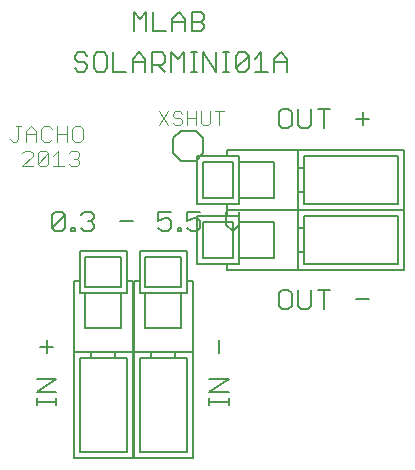
<source format=gbr>
G75*
G70*
%OFA0B0*%
%FSLAX24Y24*%
%IPPOS*%
%LPD*%
%AMOC8*
5,1,8,0,0,1.08239X$1,22.5*
%
%ADD10C,0.0060*%
%ADD11C,0.0040*%
%ADD12C,0.0050*%
D10*
X004148Y005116D02*
X004148Y005330D01*
X004148Y005223D02*
X004789Y005223D01*
X004789Y005116D02*
X004789Y005330D01*
X004789Y005546D02*
X004148Y005546D01*
X004789Y005973D01*
X004148Y005973D01*
X004468Y006835D02*
X004468Y007262D01*
X004255Y007049D02*
X004682Y007049D01*
X004758Y010904D02*
X004652Y011010D01*
X005079Y011437D01*
X005079Y011010D01*
X004972Y010904D01*
X004758Y010904D01*
X004652Y011010D02*
X004652Y011437D01*
X004758Y011544D01*
X004972Y011544D01*
X005079Y011437D01*
X005296Y011010D02*
X005403Y011010D01*
X005403Y010904D01*
X005296Y010904D01*
X005296Y011010D01*
X005618Y011010D02*
X005725Y010904D01*
X005939Y010904D01*
X006046Y011010D01*
X006046Y011117D01*
X005939Y011224D01*
X005832Y011224D01*
X005939Y011224D02*
X006046Y011331D01*
X006046Y011437D01*
X005939Y011544D01*
X005725Y011544D01*
X005618Y011437D01*
X006908Y011224D02*
X007335Y011224D01*
X008197Y011224D02*
X008410Y011331D01*
X008517Y011331D01*
X008624Y011224D01*
X008624Y011010D01*
X008517Y010904D01*
X008303Y010904D01*
X008197Y011010D01*
X008197Y011224D02*
X008197Y011544D01*
X008624Y011544D01*
X008841Y011010D02*
X008948Y011010D01*
X008948Y010904D01*
X008841Y010904D01*
X008841Y011010D01*
X009164Y011010D02*
X009270Y010904D01*
X009484Y010904D01*
X009591Y011010D01*
X009591Y011224D01*
X009484Y011331D01*
X009377Y011331D01*
X009164Y011224D01*
X009164Y011544D01*
X009591Y011544D01*
X010453Y011544D02*
X010453Y011117D01*
X010666Y010904D01*
X010880Y011117D01*
X010880Y011544D01*
X009439Y013248D02*
X008939Y013248D01*
X008689Y013498D01*
X008689Y013998D01*
X008939Y014248D01*
X009439Y014248D01*
X009689Y013998D01*
X009689Y013498D01*
X009439Y013248D01*
X009480Y016219D02*
X009267Y016219D01*
X009374Y016219D02*
X009374Y016859D01*
X009480Y016859D02*
X009267Y016859D01*
X009049Y016859D02*
X009049Y016219D01*
X008622Y016219D02*
X008622Y016859D01*
X008836Y016646D01*
X009049Y016859D01*
X009697Y016859D02*
X009697Y016219D01*
X010124Y016219D02*
X010124Y016859D01*
X010341Y016859D02*
X010555Y016859D01*
X010448Y016859D02*
X010448Y016219D01*
X010341Y016219D02*
X010555Y016219D01*
X010771Y016325D02*
X011198Y016752D01*
X011198Y016325D01*
X011091Y016219D01*
X010878Y016219D01*
X010771Y016325D01*
X010771Y016752D01*
X010878Y016859D01*
X011091Y016859D01*
X011198Y016752D01*
X011415Y016646D02*
X011629Y016859D01*
X011629Y016219D01*
X011415Y016219D02*
X011843Y016219D01*
X012060Y016219D02*
X012060Y016646D01*
X012274Y016859D01*
X012487Y016646D01*
X012487Y016219D01*
X012487Y016539D02*
X012060Y016539D01*
X012317Y014969D02*
X012211Y014863D01*
X012211Y014436D01*
X012317Y014329D01*
X012531Y014329D01*
X012638Y014436D01*
X012638Y014863D01*
X012531Y014969D01*
X012317Y014969D01*
X012855Y014969D02*
X012855Y014436D01*
X012962Y014329D01*
X013176Y014329D01*
X013282Y014436D01*
X013282Y014969D01*
X013500Y014969D02*
X013927Y014969D01*
X013713Y014969D02*
X013713Y014329D01*
X014789Y014649D02*
X015216Y014649D01*
X015002Y014436D02*
X015002Y014863D01*
X010124Y016219D02*
X009697Y016859D01*
X009622Y017557D02*
X009302Y017557D01*
X009302Y018198D01*
X009622Y018198D01*
X009729Y018091D01*
X009729Y017984D01*
X009622Y017877D01*
X009302Y017877D01*
X009084Y017877D02*
X008657Y017877D01*
X008657Y017984D02*
X008871Y018198D01*
X009084Y017984D01*
X009084Y017557D01*
X008657Y017557D02*
X008657Y017984D01*
X008440Y017557D02*
X008013Y017557D01*
X008013Y018198D01*
X007795Y018198D02*
X007795Y017557D01*
X007582Y017984D02*
X007795Y018198D01*
X007582Y017984D02*
X007368Y018198D01*
X007368Y017557D01*
X007547Y016859D02*
X007760Y016646D01*
X007760Y016219D01*
X007978Y016219D02*
X007978Y016859D01*
X008298Y016859D01*
X008405Y016752D01*
X008405Y016539D01*
X008298Y016432D01*
X007978Y016432D01*
X008191Y016432D02*
X008405Y016219D01*
X007760Y016539D02*
X007333Y016539D01*
X007333Y016646D02*
X007547Y016859D01*
X007333Y016646D02*
X007333Y016219D01*
X007116Y016219D02*
X006689Y016219D01*
X006689Y016859D01*
X006471Y016752D02*
X006471Y016325D01*
X006365Y016219D01*
X006151Y016219D01*
X006044Y016325D01*
X006044Y016752D01*
X006151Y016859D01*
X006365Y016859D01*
X006471Y016752D01*
X005827Y016752D02*
X005720Y016859D01*
X005506Y016859D01*
X005400Y016752D01*
X005400Y016646D01*
X005506Y016539D01*
X005720Y016539D01*
X005827Y016432D01*
X005827Y016325D01*
X005720Y016219D01*
X005506Y016219D01*
X005400Y016325D01*
X009622Y017557D02*
X009729Y017664D01*
X009729Y017771D01*
X009622Y017877D01*
X012317Y008946D02*
X012211Y008839D01*
X012211Y008412D01*
X012317Y008305D01*
X012531Y008305D01*
X012638Y008412D01*
X012638Y008839D01*
X012531Y008946D01*
X012317Y008946D01*
X012855Y008946D02*
X012855Y008412D01*
X012962Y008305D01*
X013176Y008305D01*
X013282Y008412D01*
X013282Y008946D01*
X013500Y008946D02*
X013927Y008946D01*
X013713Y008946D02*
X013713Y008305D01*
X014789Y008625D02*
X015216Y008625D01*
X010537Y005973D02*
X009896Y005973D01*
X009896Y005546D02*
X010537Y005973D01*
X010537Y005546D02*
X009896Y005546D01*
X009896Y005330D02*
X009896Y005116D01*
X009896Y005223D02*
X010537Y005223D01*
X010537Y005116D02*
X010537Y005330D01*
X010216Y006835D02*
X010216Y007262D01*
D11*
X005465Y013059D02*
X005291Y013059D01*
X005204Y013146D01*
X005036Y013059D02*
X004689Y013059D01*
X004862Y013059D02*
X004862Y013579D01*
X004689Y013406D01*
X004520Y013493D02*
X004173Y013146D01*
X004260Y013059D01*
X004433Y013059D01*
X004520Y013146D01*
X004520Y013493D01*
X004433Y013579D01*
X004260Y013579D01*
X004173Y013493D01*
X004173Y013146D01*
X004004Y013059D02*
X003657Y013059D01*
X004004Y013406D01*
X004004Y013493D01*
X003918Y013579D01*
X003744Y013579D01*
X003657Y013493D01*
X003779Y013886D02*
X003779Y014233D01*
X003953Y014406D01*
X004126Y014233D01*
X004126Y013886D01*
X004295Y013972D02*
X004382Y013886D01*
X004555Y013886D01*
X004642Y013972D01*
X004811Y013886D02*
X004811Y014406D01*
X004642Y014319D02*
X004555Y014406D01*
X004382Y014406D01*
X004295Y014319D01*
X004295Y013972D01*
X004126Y014146D02*
X003779Y014146D01*
X003524Y013972D02*
X003524Y014406D01*
X003437Y014406D02*
X003611Y014406D01*
X003524Y013972D02*
X003437Y013886D01*
X003350Y013886D01*
X003264Y013972D01*
X004811Y014146D02*
X005158Y014146D01*
X005326Y014319D02*
X005326Y013972D01*
X005413Y013886D01*
X005586Y013886D01*
X005673Y013972D01*
X005673Y014319D01*
X005586Y014406D01*
X005413Y014406D01*
X005326Y014319D01*
X005158Y014406D02*
X005158Y013886D01*
X005291Y013579D02*
X005204Y013493D01*
X005291Y013579D02*
X005465Y013579D01*
X005551Y013493D01*
X005551Y013406D01*
X005465Y013319D01*
X005551Y013232D01*
X005551Y013146D01*
X005465Y013059D01*
X005465Y013319D02*
X005378Y013319D01*
X008224Y014437D02*
X008531Y014897D01*
X008685Y014821D02*
X008685Y014744D01*
X008761Y014667D01*
X008915Y014667D01*
X008992Y014590D01*
X008992Y014514D01*
X008915Y014437D01*
X008761Y014437D01*
X008685Y014514D01*
X008531Y014437D02*
X008224Y014897D01*
X008685Y014821D02*
X008761Y014897D01*
X008915Y014897D01*
X008992Y014821D01*
X009145Y014897D02*
X009145Y014437D01*
X009145Y014667D02*
X009452Y014667D01*
X009606Y014514D02*
X009682Y014437D01*
X009836Y014437D01*
X009912Y014514D01*
X009912Y014897D01*
X010066Y014897D02*
X010373Y014897D01*
X010219Y014897D02*
X010219Y014437D01*
X009606Y014514D02*
X009606Y014897D01*
X009452Y014897D02*
X009452Y014437D01*
D12*
X009496Y013393D02*
X010480Y013393D01*
X010480Y013590D01*
X012842Y013590D01*
X016385Y013590D01*
X016385Y011622D01*
X012842Y011622D01*
X012842Y012212D01*
X013039Y012212D01*
X013039Y013000D01*
X012842Y013000D01*
X012842Y012212D01*
X013039Y012212D02*
X013039Y011819D01*
X016189Y011819D01*
X016189Y013393D01*
X013039Y013393D01*
X013039Y013000D01*
X012842Y013000D02*
X012842Y013590D01*
X012055Y013196D02*
X012055Y012015D01*
X010874Y012015D01*
X010874Y011819D01*
X010480Y011819D01*
X010480Y011622D01*
X012842Y011622D01*
X012842Y011590D02*
X016385Y011590D01*
X016385Y009622D01*
X012842Y009622D01*
X012842Y010212D01*
X013039Y010212D01*
X013039Y011000D01*
X012842Y011000D01*
X012842Y010212D01*
X013039Y010212D02*
X013039Y009819D01*
X016189Y009819D01*
X016189Y011393D01*
X013039Y011393D01*
X013039Y011000D01*
X012842Y011000D02*
X012842Y011590D01*
X010480Y011590D01*
X010480Y011393D01*
X010874Y011393D01*
X010874Y011196D01*
X012055Y011196D01*
X012055Y010015D01*
X010874Y010015D01*
X010874Y009819D01*
X010480Y009819D01*
X010480Y009622D01*
X012842Y009622D01*
X010874Y010015D02*
X010874Y011196D01*
X010677Y011196D02*
X010677Y010015D01*
X009693Y010015D01*
X009693Y011196D01*
X010677Y011196D01*
X010480Y011393D02*
X009496Y011393D01*
X009496Y009819D01*
X010480Y009819D01*
X009338Y009244D02*
X009141Y009244D01*
X009141Y008850D01*
X008945Y008850D01*
X008945Y007669D01*
X007763Y007669D01*
X007763Y008850D01*
X007567Y008850D01*
X007567Y009244D01*
X007370Y009244D01*
X007370Y006881D01*
X007370Y003338D01*
X009338Y003338D01*
X009338Y006881D01*
X008748Y006881D01*
X008748Y006685D01*
X009141Y006685D01*
X009141Y003535D01*
X007567Y003535D01*
X007567Y006685D01*
X007960Y006685D01*
X007960Y006881D01*
X007370Y006881D01*
X007338Y006881D02*
X007338Y003338D01*
X005370Y003338D01*
X005370Y006881D01*
X005960Y006881D01*
X005960Y006685D01*
X006748Y006685D01*
X006748Y006881D01*
X005960Y006881D01*
X005960Y006685D02*
X005567Y006685D01*
X005567Y003535D01*
X007141Y003535D01*
X007141Y006685D01*
X006748Y006685D01*
X006748Y006881D02*
X007338Y006881D01*
X007338Y009244D01*
X007141Y009244D01*
X007141Y008850D01*
X006945Y008850D01*
X006945Y007669D01*
X005763Y007669D01*
X005763Y008850D01*
X005567Y008850D01*
X005567Y009244D01*
X005370Y009244D01*
X005370Y006881D01*
X005763Y008850D02*
X006945Y008850D01*
X006945Y009047D02*
X005763Y009047D01*
X005763Y010031D01*
X006945Y010031D01*
X006945Y009047D01*
X007141Y009244D02*
X007141Y010228D01*
X005567Y010228D01*
X005567Y009244D01*
X007567Y009244D02*
X007567Y010228D01*
X009141Y010228D01*
X009141Y009244D01*
X009338Y009244D02*
X009338Y006881D01*
X008748Y006881D02*
X007960Y006881D01*
X007960Y006685D02*
X008748Y006685D01*
X008945Y008850D02*
X007763Y008850D01*
X007763Y009047D02*
X007763Y010031D01*
X008945Y010031D01*
X008945Y009047D01*
X007763Y009047D01*
X009496Y011819D02*
X010480Y011819D01*
X010677Y012015D02*
X009693Y012015D01*
X009693Y013196D01*
X010677Y013196D01*
X010677Y012015D01*
X010874Y012015D02*
X010874Y013196D01*
X012055Y013196D01*
X010874Y013196D02*
X010874Y013393D01*
X010480Y013393D01*
X009496Y013393D02*
X009496Y011819D01*
M02*

</source>
